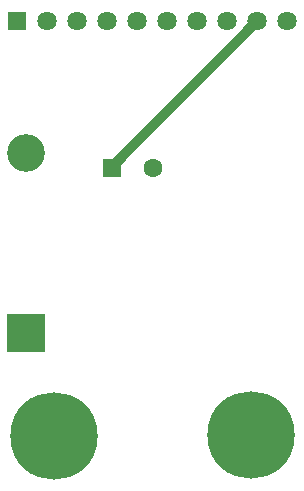
<source format=gbr>
%TF.GenerationSoftware,KiCad,Pcbnew,8.0.7*%
%TF.CreationDate,2025-03-15T22:57:34-07:00*%
%TF.ProjectId,Buck5,4275636b-352e-46b6-9963-61645f706362,rev?*%
%TF.SameCoordinates,Original*%
%TF.FileFunction,Copper,L4,Bot*%
%TF.FilePolarity,Positive*%
%FSLAX46Y46*%
G04 Gerber Fmt 4.6, Leading zero omitted, Abs format (unit mm)*
G04 Created by KiCad (PCBNEW 8.0.7) date 2025-03-15 22:57:34*
%MOMM*%
%LPD*%
G01*
G04 APERTURE LIST*
%TA.AperFunction,ComponentPad*%
%ADD10R,1.600000X1.600000*%
%TD*%
%TA.AperFunction,ComponentPad*%
%ADD11C,1.600000*%
%TD*%
%TA.AperFunction,ComponentPad*%
%ADD12C,7.400000*%
%TD*%
%TA.AperFunction,ComponentPad*%
%ADD13R,3.200000X3.200000*%
%TD*%
%TA.AperFunction,ComponentPad*%
%ADD14O,3.200000X3.200000*%
%TD*%
%TA.AperFunction,ComponentPad*%
%ADD15R,1.635000X1.635000*%
%TD*%
%TA.AperFunction,ComponentPad*%
%ADD16C,1.635000*%
%TD*%
%TA.AperFunction,Conductor*%
%ADD17C,0.850000*%
%TD*%
G04 APERTURE END LIST*
D10*
%TO.P,C2,1*%
%TO.N,/+5V*%
X108329349Y-86106000D03*
D11*
%TO.P,C2,2*%
%TO.N,GND*%
X111829349Y-86106000D03*
%TD*%
D12*
%TO.P,H1,1,1*%
%TO.N,GND*%
X103450000Y-108749900D03*
%TD*%
D13*
%TO.P,D2,1,K*%
%TO.N,Net-(D2-K)*%
X101092000Y-100076000D03*
D14*
%TO.P,D2,2,A*%
%TO.N,GND*%
X101092000Y-84836000D03*
%TD*%
D12*
%TO.P,H2,1,1*%
%TO.N,GND*%
X120100000Y-108720000D03*
%TD*%
D15*
%TO.P,J1,1,Pin_1*%
%TO.N,GND*%
X100330000Y-73660000D03*
D16*
%TO.P,J1,2,Pin_2*%
X102870000Y-73660000D03*
%TO.P,J1,3,Pin_3*%
X105410000Y-73660000D03*
%TO.P,J1,4,Pin_4*%
X107950000Y-73660000D03*
%TO.P,J1,5,Pin_5*%
X110490000Y-73660000D03*
%TO.P,J1,6,Pin_6*%
X113030000Y-73660000D03*
%TO.P,J1,7,Pin_7*%
X115570000Y-73660000D03*
%TO.P,J1,8,Pin_8*%
X118110000Y-73660000D03*
%TO.P,J1,9,Pin_9*%
%TO.N,/+5V*%
X120650000Y-73660000D03*
%TO.P,J1,10,Pin_10*%
%TO.N,/+24V*%
X123190000Y-73660000D03*
%TD*%
D17*
%TO.N,/+5V*%
X108329349Y-86106000D02*
X108329349Y-85980651D01*
X108329349Y-85980651D02*
X120650000Y-73660000D01*
%TD*%
M02*

</source>
